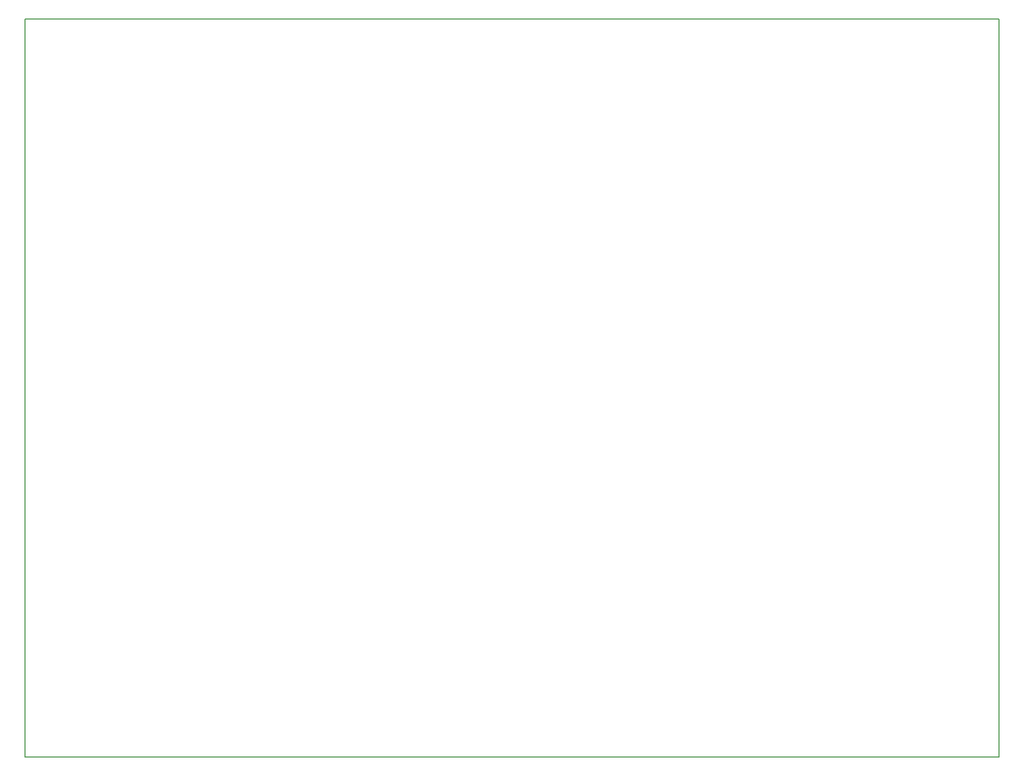
<source format=gm1>
G04 #@! TF.GenerationSoftware,KiCad,Pcbnew,(5.0.2)-1*
G04 #@! TF.CreationDate,2019-03-27T11:01:23+01:00*
G04 #@! TF.ProjectId,solderpaste,736f6c64-6572-4706-9173-74652e6b6963,rev?*
G04 #@! TF.SameCoordinates,Original*
G04 #@! TF.FileFunction,Profile,NP*
%FSLAX46Y46*%
G04 Gerber Fmt 4.6, Leading zero omitted, Abs format (unit mm)*
G04 Created by KiCad (PCBNEW (5.0.2)-1) date 27/03/2019 11:01:23*
%MOMM*%
%LPD*%
G01*
G04 APERTURE LIST*
%ADD10C,0.150000*%
G04 APERTURE END LIST*
D10*
X45000000Y-160000000D02*
X45000000Y-35000000D01*
X210000000Y-160000000D02*
X45000000Y-160000000D01*
X210000000Y-35000000D02*
X210000000Y-160000000D01*
X45000000Y-35000000D02*
X210000000Y-35000000D01*
M02*

</source>
